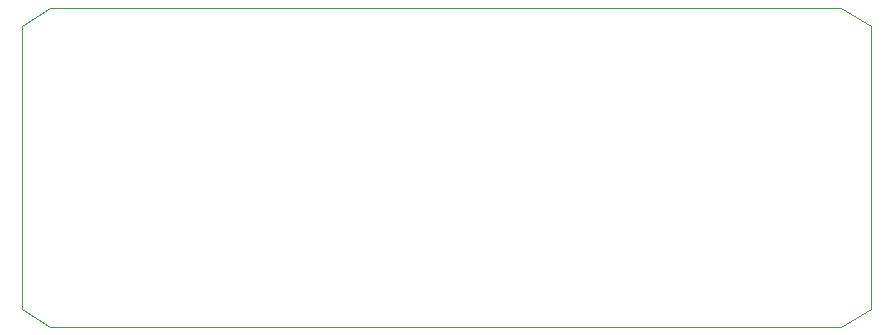
<source format=gbr>
%TF.GenerationSoftware,KiCad,Pcbnew,(5.1.9-0-10_14)*%
%TF.CreationDate,2022-07-10T13:30:40-04:00*%
%TF.ProjectId,raygun,72617967-756e-42e6-9b69-6361645f7063,rev?*%
%TF.SameCoordinates,Original*%
%TF.FileFunction,Profile,NP*%
%FSLAX46Y46*%
G04 Gerber Fmt 4.6, Leading zero omitted, Abs format (unit mm)*
G04 Created by KiCad (PCBNEW (5.1.9-0-10_14)) date 2022-07-10 13:30:40*
%MOMM*%
%LPD*%
G01*
G04 APERTURE LIST*
%TA.AperFunction,Profile*%
%ADD10C,0.050000*%
%TD*%
G04 APERTURE END LIST*
D10*
X85000000Y-95000000D02*
X82600000Y-93500000D01*
X154500000Y-93500000D02*
X152000000Y-95000000D01*
X85000000Y-68000000D02*
X82600000Y-69500000D01*
X154500000Y-69500000D02*
X152000000Y-68000000D01*
X154500000Y-69500000D02*
X154500000Y-93500000D01*
X82600000Y-69500000D02*
X82600000Y-93500000D01*
X85000000Y-95000000D02*
X152000000Y-95000000D01*
X85000000Y-68000000D02*
X152000000Y-68000000D01*
M02*

</source>
